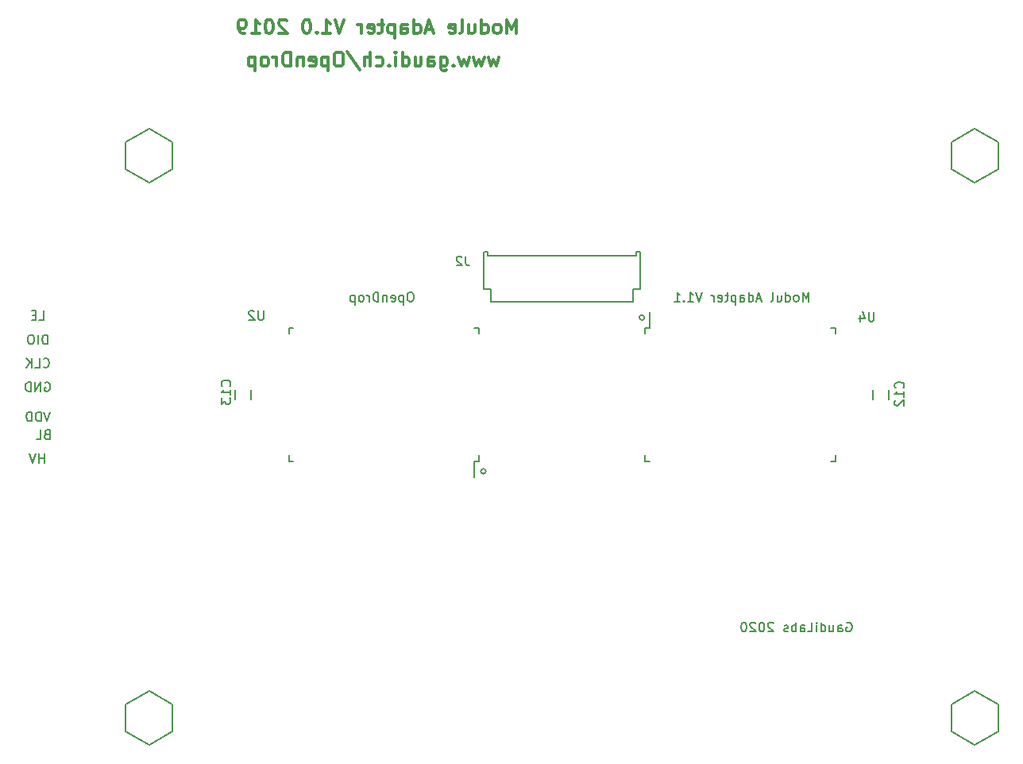
<source format=gbr>
G04 #@! TF.GenerationSoftware,KiCad,Pcbnew,5.0.2-bee76a0~70~ubuntu18.04.1*
G04 #@! TF.CreationDate,2020-04-07T13:33:34+02:00*
G04 #@! TF.ProjectId,ModulAdapter,4d6f6475-6c41-4646-9170-7465722e6b69,rev?*
G04 #@! TF.SameCoordinates,Original*
G04 #@! TF.FileFunction,Legend,Bot*
G04 #@! TF.FilePolarity,Positive*
%FSLAX46Y46*%
G04 Gerber Fmt 4.6, Leading zero omitted, Abs format (unit mm)*
G04 Created by KiCad (PCBNEW 5.0.2-bee76a0~70~ubuntu18.04.1) date Di 07 Apr 2020 13:33:34 CEST*
%MOMM*%
%LPD*%
G01*
G04 APERTURE LIST*
%ADD10C,0.150000*%
%ADD11C,0.200000*%
%ADD12C,0.300000*%
G04 APERTURE END LIST*
D10*
X130326933Y-123833200D02*
X130422171Y-123785580D01*
X130565028Y-123785580D01*
X130707885Y-123833200D01*
X130803123Y-123928438D01*
X130850742Y-124023676D01*
X130898361Y-124214152D01*
X130898361Y-124357009D01*
X130850742Y-124547485D01*
X130803123Y-124642723D01*
X130707885Y-124737961D01*
X130565028Y-124785580D01*
X130469790Y-124785580D01*
X130326933Y-124737961D01*
X130279314Y-124690342D01*
X130279314Y-124357009D01*
X130469790Y-124357009D01*
X129422171Y-124785580D02*
X129422171Y-124261771D01*
X129469790Y-124166533D01*
X129565028Y-124118914D01*
X129755504Y-124118914D01*
X129850742Y-124166533D01*
X129422171Y-124737961D02*
X129517409Y-124785580D01*
X129755504Y-124785580D01*
X129850742Y-124737961D01*
X129898361Y-124642723D01*
X129898361Y-124547485D01*
X129850742Y-124452247D01*
X129755504Y-124404628D01*
X129517409Y-124404628D01*
X129422171Y-124357009D01*
X128517409Y-124118914D02*
X128517409Y-124785580D01*
X128945980Y-124118914D02*
X128945980Y-124642723D01*
X128898361Y-124737961D01*
X128803123Y-124785580D01*
X128660266Y-124785580D01*
X128565028Y-124737961D01*
X128517409Y-124690342D01*
X127612647Y-124785580D02*
X127612647Y-123785580D01*
X127612647Y-124737961D02*
X127707885Y-124785580D01*
X127898361Y-124785580D01*
X127993600Y-124737961D01*
X128041219Y-124690342D01*
X128088838Y-124595104D01*
X128088838Y-124309390D01*
X128041219Y-124214152D01*
X127993600Y-124166533D01*
X127898361Y-124118914D01*
X127707885Y-124118914D01*
X127612647Y-124166533D01*
X127136457Y-124785580D02*
X127136457Y-124118914D01*
X127136457Y-123785580D02*
X127184076Y-123833200D01*
X127136457Y-123880819D01*
X127088838Y-123833200D01*
X127136457Y-123785580D01*
X127136457Y-123880819D01*
X126184076Y-124785580D02*
X126660266Y-124785580D01*
X126660266Y-123785580D01*
X125422171Y-124785580D02*
X125422171Y-124261771D01*
X125469790Y-124166533D01*
X125565028Y-124118914D01*
X125755504Y-124118914D01*
X125850742Y-124166533D01*
X125422171Y-124737961D02*
X125517409Y-124785580D01*
X125755504Y-124785580D01*
X125850742Y-124737961D01*
X125898361Y-124642723D01*
X125898361Y-124547485D01*
X125850742Y-124452247D01*
X125755504Y-124404628D01*
X125517409Y-124404628D01*
X125422171Y-124357009D01*
X124945980Y-124785580D02*
X124945980Y-123785580D01*
X124945980Y-124166533D02*
X124850742Y-124118914D01*
X124660266Y-124118914D01*
X124565028Y-124166533D01*
X124517409Y-124214152D01*
X124469790Y-124309390D01*
X124469790Y-124595104D01*
X124517409Y-124690342D01*
X124565028Y-124737961D01*
X124660266Y-124785580D01*
X124850742Y-124785580D01*
X124945980Y-124737961D01*
X124088838Y-124737961D02*
X123993600Y-124785580D01*
X123803123Y-124785580D01*
X123707885Y-124737961D01*
X123660266Y-124642723D01*
X123660266Y-124595104D01*
X123707885Y-124499866D01*
X123803123Y-124452247D01*
X123945980Y-124452247D01*
X124041219Y-124404628D01*
X124088838Y-124309390D01*
X124088838Y-124261771D01*
X124041219Y-124166533D01*
X123945980Y-124118914D01*
X123803123Y-124118914D01*
X123707885Y-124166533D01*
X122517409Y-123880819D02*
X122469790Y-123833200D01*
X122374552Y-123785580D01*
X122136457Y-123785580D01*
X122041219Y-123833200D01*
X121993600Y-123880819D01*
X121945980Y-123976057D01*
X121945980Y-124071295D01*
X121993600Y-124214152D01*
X122565028Y-124785580D01*
X121945980Y-124785580D01*
X121326933Y-123785580D02*
X121231695Y-123785580D01*
X121136457Y-123833200D01*
X121088838Y-123880819D01*
X121041219Y-123976057D01*
X120993600Y-124166533D01*
X120993600Y-124404628D01*
X121041219Y-124595104D01*
X121088838Y-124690342D01*
X121136457Y-124737961D01*
X121231695Y-124785580D01*
X121326933Y-124785580D01*
X121422171Y-124737961D01*
X121469790Y-124690342D01*
X121517409Y-124595104D01*
X121565028Y-124404628D01*
X121565028Y-124166533D01*
X121517409Y-123976057D01*
X121469790Y-123880819D01*
X121422171Y-123833200D01*
X121326933Y-123785580D01*
X120612647Y-123880819D02*
X120565028Y-123833200D01*
X120469790Y-123785580D01*
X120231695Y-123785580D01*
X120136457Y-123833200D01*
X120088838Y-123880819D01*
X120041219Y-123976057D01*
X120041219Y-124071295D01*
X120088838Y-124214152D01*
X120660266Y-124785580D01*
X120041219Y-124785580D01*
X119422171Y-123785580D02*
X119326933Y-123785580D01*
X119231695Y-123833200D01*
X119184076Y-123880819D01*
X119136457Y-123976057D01*
X119088838Y-124166533D01*
X119088838Y-124404628D01*
X119136457Y-124595104D01*
X119184076Y-124690342D01*
X119231695Y-124737961D01*
X119326933Y-124785580D01*
X119422171Y-124785580D01*
X119517409Y-124737961D01*
X119565028Y-124690342D01*
X119612647Y-124595104D01*
X119660266Y-124404628D01*
X119660266Y-124166533D01*
X119612647Y-123976057D01*
X119565028Y-123880819D01*
X119517409Y-123833200D01*
X119422171Y-123785580D01*
X83940457Y-88593880D02*
X83749980Y-88593880D01*
X83654742Y-88641500D01*
X83559504Y-88736738D01*
X83511885Y-88927214D01*
X83511885Y-89260547D01*
X83559504Y-89451023D01*
X83654742Y-89546261D01*
X83749980Y-89593880D01*
X83940457Y-89593880D01*
X84035695Y-89546261D01*
X84130933Y-89451023D01*
X84178552Y-89260547D01*
X84178552Y-88927214D01*
X84130933Y-88736738D01*
X84035695Y-88641500D01*
X83940457Y-88593880D01*
X83083314Y-88927214D02*
X83083314Y-89927214D01*
X83083314Y-88974833D02*
X82988076Y-88927214D01*
X82797600Y-88927214D01*
X82702361Y-88974833D01*
X82654742Y-89022452D01*
X82607123Y-89117690D01*
X82607123Y-89403404D01*
X82654742Y-89498642D01*
X82702361Y-89546261D01*
X82797600Y-89593880D01*
X82988076Y-89593880D01*
X83083314Y-89546261D01*
X81797600Y-89546261D02*
X81892838Y-89593880D01*
X82083314Y-89593880D01*
X82178552Y-89546261D01*
X82226171Y-89451023D01*
X82226171Y-89070071D01*
X82178552Y-88974833D01*
X82083314Y-88927214D01*
X81892838Y-88927214D01*
X81797600Y-88974833D01*
X81749980Y-89070071D01*
X81749980Y-89165309D01*
X82226171Y-89260547D01*
X81321409Y-88927214D02*
X81321409Y-89593880D01*
X81321409Y-89022452D02*
X81273790Y-88974833D01*
X81178552Y-88927214D01*
X81035695Y-88927214D01*
X80940457Y-88974833D01*
X80892838Y-89070071D01*
X80892838Y-89593880D01*
X80416647Y-89593880D02*
X80416647Y-88593880D01*
X80178552Y-88593880D01*
X80035695Y-88641500D01*
X79940457Y-88736738D01*
X79892838Y-88831976D01*
X79845219Y-89022452D01*
X79845219Y-89165309D01*
X79892838Y-89355785D01*
X79940457Y-89451023D01*
X80035695Y-89546261D01*
X80178552Y-89593880D01*
X80416647Y-89593880D01*
X79416647Y-89593880D02*
X79416647Y-88927214D01*
X79416647Y-89117690D02*
X79369028Y-89022452D01*
X79321409Y-88974833D01*
X79226171Y-88927214D01*
X79130933Y-88927214D01*
X78654742Y-89593880D02*
X78749980Y-89546261D01*
X78797600Y-89498642D01*
X78845219Y-89403404D01*
X78845219Y-89117690D01*
X78797600Y-89022452D01*
X78749980Y-88974833D01*
X78654742Y-88927214D01*
X78511885Y-88927214D01*
X78416647Y-88974833D01*
X78369028Y-89022452D01*
X78321409Y-89117690D01*
X78321409Y-89403404D01*
X78369028Y-89498642D01*
X78416647Y-89546261D01*
X78511885Y-89593880D01*
X78654742Y-89593880D01*
X77892838Y-88927214D02*
X77892838Y-89927214D01*
X77892838Y-88974833D02*
X77797600Y-88927214D01*
X77607123Y-88927214D01*
X77511885Y-88974833D01*
X77464266Y-89022452D01*
X77416647Y-89117690D01*
X77416647Y-89403404D01*
X77464266Y-89498642D01*
X77511885Y-89546261D01*
X77607123Y-89593880D01*
X77797600Y-89593880D01*
X77892838Y-89546261D01*
X126319857Y-89593880D02*
X126319857Y-88593880D01*
X125986523Y-89308166D01*
X125653190Y-88593880D01*
X125653190Y-89593880D01*
X125034142Y-89593880D02*
X125129380Y-89546261D01*
X125177000Y-89498642D01*
X125224619Y-89403404D01*
X125224619Y-89117690D01*
X125177000Y-89022452D01*
X125129380Y-88974833D01*
X125034142Y-88927214D01*
X124891285Y-88927214D01*
X124796047Y-88974833D01*
X124748428Y-89022452D01*
X124700809Y-89117690D01*
X124700809Y-89403404D01*
X124748428Y-89498642D01*
X124796047Y-89546261D01*
X124891285Y-89593880D01*
X125034142Y-89593880D01*
X123843666Y-89593880D02*
X123843666Y-88593880D01*
X123843666Y-89546261D02*
X123938904Y-89593880D01*
X124129380Y-89593880D01*
X124224619Y-89546261D01*
X124272238Y-89498642D01*
X124319857Y-89403404D01*
X124319857Y-89117690D01*
X124272238Y-89022452D01*
X124224619Y-88974833D01*
X124129380Y-88927214D01*
X123938904Y-88927214D01*
X123843666Y-88974833D01*
X122938904Y-88927214D02*
X122938904Y-89593880D01*
X123367476Y-88927214D02*
X123367476Y-89451023D01*
X123319857Y-89546261D01*
X123224619Y-89593880D01*
X123081761Y-89593880D01*
X122986523Y-89546261D01*
X122938904Y-89498642D01*
X122319857Y-89593880D02*
X122415095Y-89546261D01*
X122462714Y-89451023D01*
X122462714Y-88593880D01*
X121224619Y-89308166D02*
X120748428Y-89308166D01*
X121319857Y-89593880D02*
X120986523Y-88593880D01*
X120653190Y-89593880D01*
X119891285Y-89593880D02*
X119891285Y-88593880D01*
X119891285Y-89546261D02*
X119986523Y-89593880D01*
X120177000Y-89593880D01*
X120272238Y-89546261D01*
X120319857Y-89498642D01*
X120367476Y-89403404D01*
X120367476Y-89117690D01*
X120319857Y-89022452D01*
X120272238Y-88974833D01*
X120177000Y-88927214D01*
X119986523Y-88927214D01*
X119891285Y-88974833D01*
X118986523Y-89593880D02*
X118986523Y-89070071D01*
X119034142Y-88974833D01*
X119129380Y-88927214D01*
X119319857Y-88927214D01*
X119415095Y-88974833D01*
X118986523Y-89546261D02*
X119081761Y-89593880D01*
X119319857Y-89593880D01*
X119415095Y-89546261D01*
X119462714Y-89451023D01*
X119462714Y-89355785D01*
X119415095Y-89260547D01*
X119319857Y-89212928D01*
X119081761Y-89212928D01*
X118986523Y-89165309D01*
X118510333Y-88927214D02*
X118510333Y-89927214D01*
X118510333Y-88974833D02*
X118415095Y-88927214D01*
X118224619Y-88927214D01*
X118129380Y-88974833D01*
X118081761Y-89022452D01*
X118034142Y-89117690D01*
X118034142Y-89403404D01*
X118081761Y-89498642D01*
X118129380Y-89546261D01*
X118224619Y-89593880D01*
X118415095Y-89593880D01*
X118510333Y-89546261D01*
X117748428Y-88927214D02*
X117367476Y-88927214D01*
X117605571Y-88593880D02*
X117605571Y-89451023D01*
X117557952Y-89546261D01*
X117462714Y-89593880D01*
X117367476Y-89593880D01*
X116653190Y-89546261D02*
X116748428Y-89593880D01*
X116938904Y-89593880D01*
X117034142Y-89546261D01*
X117081761Y-89451023D01*
X117081761Y-89070071D01*
X117034142Y-88974833D01*
X116938904Y-88927214D01*
X116748428Y-88927214D01*
X116653190Y-88974833D01*
X116605571Y-89070071D01*
X116605571Y-89165309D01*
X117081761Y-89260547D01*
X116177000Y-89593880D02*
X116177000Y-88927214D01*
X116177000Y-89117690D02*
X116129380Y-89022452D01*
X116081761Y-88974833D01*
X115986523Y-88927214D01*
X115891285Y-88927214D01*
X114938904Y-88593880D02*
X114605571Y-89593880D01*
X114272238Y-88593880D01*
X113415095Y-89593880D02*
X113986523Y-89593880D01*
X113700809Y-89593880D02*
X113700809Y-88593880D01*
X113796047Y-88736738D01*
X113891285Y-88831976D01*
X113986523Y-88879595D01*
X112986523Y-89498642D02*
X112938904Y-89546261D01*
X112986523Y-89593880D01*
X113034142Y-89546261D01*
X112986523Y-89498642D01*
X112986523Y-89593880D01*
X111986523Y-89593880D02*
X112557952Y-89593880D01*
X112272238Y-89593880D02*
X112272238Y-88593880D01*
X112367476Y-88736738D01*
X112462714Y-88831976D01*
X112557952Y-88879595D01*
X108778408Y-91300500D02*
G75*
G03X108778408Y-91300500I-269408J0D01*
G01*
X91887408Y-107683500D02*
G75*
G03X91887408Y-107683500I-269408J0D01*
G01*
D11*
X44834285Y-106802380D02*
X44834285Y-105802380D01*
X44834285Y-106278571D02*
X44262857Y-106278571D01*
X44262857Y-106802380D02*
X44262857Y-105802380D01*
X43929523Y-105802380D02*
X43596190Y-106802380D01*
X43262857Y-105802380D01*
X45453333Y-101357380D02*
X45120000Y-102357380D01*
X44786666Y-101357380D01*
X44453333Y-102357380D02*
X44453333Y-101357380D01*
X44215238Y-101357380D01*
X44072380Y-101405000D01*
X43977142Y-101500238D01*
X43929523Y-101595476D01*
X43881904Y-101785952D01*
X43881904Y-101928809D01*
X43929523Y-102119285D01*
X43977142Y-102214523D01*
X44072380Y-102309761D01*
X44215238Y-102357380D01*
X44453333Y-102357380D01*
X43453333Y-102357380D02*
X43453333Y-101357380D01*
X43215238Y-101357380D01*
X43072380Y-101405000D01*
X42977142Y-101500238D01*
X42929523Y-101595476D01*
X42881904Y-101785952D01*
X42881904Y-101928809D01*
X42929523Y-102119285D01*
X42977142Y-102214523D01*
X43072380Y-102309761D01*
X43215238Y-102357380D01*
X43453333Y-102357380D01*
X44881904Y-98230000D02*
X44977142Y-98182380D01*
X45120000Y-98182380D01*
X45262857Y-98230000D01*
X45358095Y-98325238D01*
X45405714Y-98420476D01*
X45453333Y-98610952D01*
X45453333Y-98753809D01*
X45405714Y-98944285D01*
X45358095Y-99039523D01*
X45262857Y-99134761D01*
X45120000Y-99182380D01*
X45024761Y-99182380D01*
X44881904Y-99134761D01*
X44834285Y-99087142D01*
X44834285Y-98753809D01*
X45024761Y-98753809D01*
X44405714Y-99182380D02*
X44405714Y-98182380D01*
X43834285Y-99182380D01*
X43834285Y-98182380D01*
X43358095Y-99182380D02*
X43358095Y-98182380D01*
X43120000Y-98182380D01*
X42977142Y-98230000D01*
X42881904Y-98325238D01*
X42834285Y-98420476D01*
X42786666Y-98610952D01*
X42786666Y-98753809D01*
X42834285Y-98944285D01*
X42881904Y-99039523D01*
X42977142Y-99134761D01*
X43120000Y-99182380D01*
X43358095Y-99182380D01*
X44715238Y-96547142D02*
X44762857Y-96594761D01*
X44905714Y-96642380D01*
X45000952Y-96642380D01*
X45143809Y-96594761D01*
X45239047Y-96499523D01*
X45286666Y-96404285D01*
X45334285Y-96213809D01*
X45334285Y-96070952D01*
X45286666Y-95880476D01*
X45239047Y-95785238D01*
X45143809Y-95690000D01*
X45000952Y-95642380D01*
X44905714Y-95642380D01*
X44762857Y-95690000D01*
X44715238Y-95737619D01*
X43810476Y-96642380D02*
X44286666Y-96642380D01*
X44286666Y-95642380D01*
X43477142Y-96642380D02*
X43477142Y-95642380D01*
X42905714Y-96642380D02*
X43334285Y-96070952D01*
X42905714Y-95642380D02*
X43477142Y-96213809D01*
X44262857Y-91562380D02*
X44739047Y-91562380D01*
X44739047Y-90562380D01*
X43929523Y-91038571D02*
X43596190Y-91038571D01*
X43453333Y-91562380D02*
X43929523Y-91562380D01*
X43929523Y-90562380D01*
X43453333Y-90562380D01*
X45143809Y-94137380D02*
X45143809Y-93137380D01*
X44905714Y-93137380D01*
X44762857Y-93185000D01*
X44667619Y-93280238D01*
X44620000Y-93375476D01*
X44572380Y-93565952D01*
X44572380Y-93708809D01*
X44620000Y-93899285D01*
X44667619Y-93994523D01*
X44762857Y-94089761D01*
X44905714Y-94137380D01*
X45143809Y-94137380D01*
X44143809Y-94137380D02*
X44143809Y-93137380D01*
X43477142Y-93137380D02*
X43286666Y-93137380D01*
X43191428Y-93185000D01*
X43096190Y-93280238D01*
X43048571Y-93470714D01*
X43048571Y-93804047D01*
X43096190Y-93994523D01*
X43191428Y-94089761D01*
X43286666Y-94137380D01*
X43477142Y-94137380D01*
X43572380Y-94089761D01*
X43667619Y-93994523D01*
X43715238Y-93804047D01*
X43715238Y-93470714D01*
X43667619Y-93280238D01*
X43572380Y-93185000D01*
X43477142Y-93137380D01*
X45088333Y-103738571D02*
X44945476Y-103786190D01*
X44897857Y-103833809D01*
X44850238Y-103929047D01*
X44850238Y-104071904D01*
X44897857Y-104167142D01*
X44945476Y-104214761D01*
X45040714Y-104262380D01*
X45421666Y-104262380D01*
X45421666Y-103262380D01*
X45088333Y-103262380D01*
X44993095Y-103310000D01*
X44945476Y-103357619D01*
X44897857Y-103452857D01*
X44897857Y-103548095D01*
X44945476Y-103643333D01*
X44993095Y-103690952D01*
X45088333Y-103738571D01*
X45421666Y-103738571D01*
X43945476Y-104262380D02*
X44421666Y-104262380D01*
X44421666Y-103262380D01*
D12*
X95135714Y-61028571D02*
X95135714Y-59528571D01*
X94635714Y-60600000D01*
X94135714Y-59528571D01*
X94135714Y-61028571D01*
X93207142Y-61028571D02*
X93350000Y-60957142D01*
X93421428Y-60885714D01*
X93492857Y-60742857D01*
X93492857Y-60314285D01*
X93421428Y-60171428D01*
X93350000Y-60100000D01*
X93207142Y-60028571D01*
X92992857Y-60028571D01*
X92850000Y-60100000D01*
X92778571Y-60171428D01*
X92707142Y-60314285D01*
X92707142Y-60742857D01*
X92778571Y-60885714D01*
X92850000Y-60957142D01*
X92992857Y-61028571D01*
X93207142Y-61028571D01*
X91421428Y-61028571D02*
X91421428Y-59528571D01*
X91421428Y-60957142D02*
X91564285Y-61028571D01*
X91850000Y-61028571D01*
X91992857Y-60957142D01*
X92064285Y-60885714D01*
X92135714Y-60742857D01*
X92135714Y-60314285D01*
X92064285Y-60171428D01*
X91992857Y-60100000D01*
X91850000Y-60028571D01*
X91564285Y-60028571D01*
X91421428Y-60100000D01*
X90064285Y-60028571D02*
X90064285Y-61028571D01*
X90707142Y-60028571D02*
X90707142Y-60814285D01*
X90635714Y-60957142D01*
X90492857Y-61028571D01*
X90278571Y-61028571D01*
X90135714Y-60957142D01*
X90064285Y-60885714D01*
X89135714Y-61028571D02*
X89278571Y-60957142D01*
X89350000Y-60814285D01*
X89350000Y-59528571D01*
X87992857Y-60957142D02*
X88135714Y-61028571D01*
X88421428Y-61028571D01*
X88564285Y-60957142D01*
X88635714Y-60814285D01*
X88635714Y-60242857D01*
X88564285Y-60100000D01*
X88421428Y-60028571D01*
X88135714Y-60028571D01*
X87992857Y-60100000D01*
X87921428Y-60242857D01*
X87921428Y-60385714D01*
X88635714Y-60528571D01*
X86207142Y-60600000D02*
X85492857Y-60600000D01*
X86350000Y-61028571D02*
X85850000Y-59528571D01*
X85350000Y-61028571D01*
X84207142Y-61028571D02*
X84207142Y-59528571D01*
X84207142Y-60957142D02*
X84350000Y-61028571D01*
X84635714Y-61028571D01*
X84778571Y-60957142D01*
X84850000Y-60885714D01*
X84921428Y-60742857D01*
X84921428Y-60314285D01*
X84850000Y-60171428D01*
X84778571Y-60100000D01*
X84635714Y-60028571D01*
X84350000Y-60028571D01*
X84207142Y-60100000D01*
X82850000Y-61028571D02*
X82850000Y-60242857D01*
X82921428Y-60100000D01*
X83064285Y-60028571D01*
X83350000Y-60028571D01*
X83492857Y-60100000D01*
X82850000Y-60957142D02*
X82992857Y-61028571D01*
X83350000Y-61028571D01*
X83492857Y-60957142D01*
X83564285Y-60814285D01*
X83564285Y-60671428D01*
X83492857Y-60528571D01*
X83350000Y-60457142D01*
X82992857Y-60457142D01*
X82850000Y-60385714D01*
X82135714Y-60028571D02*
X82135714Y-61528571D01*
X82135714Y-60100000D02*
X81992857Y-60028571D01*
X81707142Y-60028571D01*
X81564285Y-60100000D01*
X81492857Y-60171428D01*
X81421428Y-60314285D01*
X81421428Y-60742857D01*
X81492857Y-60885714D01*
X81564285Y-60957142D01*
X81707142Y-61028571D01*
X81992857Y-61028571D01*
X82135714Y-60957142D01*
X80992857Y-60028571D02*
X80421428Y-60028571D01*
X80778571Y-59528571D02*
X80778571Y-60814285D01*
X80707142Y-60957142D01*
X80564285Y-61028571D01*
X80421428Y-61028571D01*
X79350000Y-60957142D02*
X79492857Y-61028571D01*
X79778571Y-61028571D01*
X79921428Y-60957142D01*
X79992857Y-60814285D01*
X79992857Y-60242857D01*
X79921428Y-60100000D01*
X79778571Y-60028571D01*
X79492857Y-60028571D01*
X79350000Y-60100000D01*
X79278571Y-60242857D01*
X79278571Y-60385714D01*
X79992857Y-60528571D01*
X78635714Y-61028571D02*
X78635714Y-60028571D01*
X78635714Y-60314285D02*
X78564285Y-60171428D01*
X78492857Y-60100000D01*
X78350000Y-60028571D01*
X78207142Y-60028571D01*
X76778571Y-59528571D02*
X76278571Y-61028571D01*
X75778571Y-59528571D01*
X74492857Y-61028571D02*
X75350000Y-61028571D01*
X74921428Y-61028571D02*
X74921428Y-59528571D01*
X75064285Y-59742857D01*
X75207142Y-59885714D01*
X75350000Y-59957142D01*
X73850000Y-60885714D02*
X73778571Y-60957142D01*
X73850000Y-61028571D01*
X73921428Y-60957142D01*
X73850000Y-60885714D01*
X73850000Y-61028571D01*
X72849999Y-59528571D02*
X72707142Y-59528571D01*
X72564285Y-59600000D01*
X72492857Y-59671428D01*
X72421428Y-59814285D01*
X72349999Y-60100000D01*
X72349999Y-60457142D01*
X72421428Y-60742857D01*
X72492857Y-60885714D01*
X72564285Y-60957142D01*
X72707142Y-61028571D01*
X72849999Y-61028571D01*
X72992857Y-60957142D01*
X73064285Y-60885714D01*
X73135714Y-60742857D01*
X73207142Y-60457142D01*
X73207142Y-60100000D01*
X73135714Y-59814285D01*
X73064285Y-59671428D01*
X72992857Y-59600000D01*
X72849999Y-59528571D01*
X70635714Y-59671428D02*
X70564285Y-59600000D01*
X70421428Y-59528571D01*
X70064285Y-59528571D01*
X69921428Y-59600000D01*
X69850000Y-59671428D01*
X69778571Y-59814285D01*
X69778571Y-59957142D01*
X69850000Y-60171428D01*
X70707142Y-61028571D01*
X69778571Y-61028571D01*
X68850000Y-59528571D02*
X68707142Y-59528571D01*
X68564285Y-59600000D01*
X68492857Y-59671428D01*
X68421428Y-59814285D01*
X68350000Y-60100000D01*
X68350000Y-60457142D01*
X68421428Y-60742857D01*
X68492857Y-60885714D01*
X68564285Y-60957142D01*
X68707142Y-61028571D01*
X68850000Y-61028571D01*
X68992857Y-60957142D01*
X69064285Y-60885714D01*
X69135714Y-60742857D01*
X69207142Y-60457142D01*
X69207142Y-60100000D01*
X69135714Y-59814285D01*
X69064285Y-59671428D01*
X68992857Y-59600000D01*
X68850000Y-59528571D01*
X66921428Y-61028571D02*
X67778571Y-61028571D01*
X67350000Y-61028571D02*
X67350000Y-59528571D01*
X67492857Y-59742857D01*
X67635714Y-59885714D01*
X67778571Y-59957142D01*
X66207142Y-61028571D02*
X65921428Y-61028571D01*
X65778571Y-60957142D01*
X65707142Y-60885714D01*
X65564285Y-60671428D01*
X65492857Y-60385714D01*
X65492857Y-59814285D01*
X65564285Y-59671428D01*
X65635714Y-59600000D01*
X65778571Y-59528571D01*
X66064285Y-59528571D01*
X66207142Y-59600000D01*
X66278571Y-59671428D01*
X66349999Y-59814285D01*
X66349999Y-60171428D01*
X66278571Y-60314285D01*
X66207142Y-60385714D01*
X66064285Y-60457142D01*
X65778571Y-60457142D01*
X65635714Y-60385714D01*
X65564285Y-60314285D01*
X65492857Y-60171428D01*
X93267857Y-63503571D02*
X92982142Y-64503571D01*
X92696428Y-63789285D01*
X92410714Y-64503571D01*
X92125000Y-63503571D01*
X91696428Y-63503571D02*
X91410714Y-64503571D01*
X91125000Y-63789285D01*
X90839285Y-64503571D01*
X90553571Y-63503571D01*
X90125000Y-63503571D02*
X89839285Y-64503571D01*
X89553571Y-63789285D01*
X89267857Y-64503571D01*
X88982142Y-63503571D01*
X88410714Y-64360714D02*
X88339285Y-64432142D01*
X88410714Y-64503571D01*
X88482142Y-64432142D01*
X88410714Y-64360714D01*
X88410714Y-64503571D01*
X87053571Y-63503571D02*
X87053571Y-64717857D01*
X87125000Y-64860714D01*
X87196428Y-64932142D01*
X87339285Y-65003571D01*
X87553571Y-65003571D01*
X87696428Y-64932142D01*
X87053571Y-64432142D02*
X87196428Y-64503571D01*
X87482142Y-64503571D01*
X87625000Y-64432142D01*
X87696428Y-64360714D01*
X87767857Y-64217857D01*
X87767857Y-63789285D01*
X87696428Y-63646428D01*
X87625000Y-63575000D01*
X87482142Y-63503571D01*
X87196428Y-63503571D01*
X87053571Y-63575000D01*
X85696428Y-64503571D02*
X85696428Y-63717857D01*
X85767857Y-63575000D01*
X85910714Y-63503571D01*
X86196428Y-63503571D01*
X86339285Y-63575000D01*
X85696428Y-64432142D02*
X85839285Y-64503571D01*
X86196428Y-64503571D01*
X86339285Y-64432142D01*
X86410714Y-64289285D01*
X86410714Y-64146428D01*
X86339285Y-64003571D01*
X86196428Y-63932142D01*
X85839285Y-63932142D01*
X85696428Y-63860714D01*
X84339285Y-63503571D02*
X84339285Y-64503571D01*
X84982142Y-63503571D02*
X84982142Y-64289285D01*
X84910714Y-64432142D01*
X84767857Y-64503571D01*
X84553571Y-64503571D01*
X84410714Y-64432142D01*
X84339285Y-64360714D01*
X82982142Y-64503571D02*
X82982142Y-63003571D01*
X82982142Y-64432142D02*
X83125000Y-64503571D01*
X83410714Y-64503571D01*
X83553571Y-64432142D01*
X83625000Y-64360714D01*
X83696428Y-64217857D01*
X83696428Y-63789285D01*
X83625000Y-63646428D01*
X83553571Y-63575000D01*
X83410714Y-63503571D01*
X83125000Y-63503571D01*
X82982142Y-63575000D01*
X82267857Y-64503571D02*
X82267857Y-63503571D01*
X82267857Y-63003571D02*
X82339285Y-63075000D01*
X82267857Y-63146428D01*
X82196428Y-63075000D01*
X82267857Y-63003571D01*
X82267857Y-63146428D01*
X81553571Y-64360714D02*
X81482142Y-64432142D01*
X81553571Y-64503571D01*
X81625000Y-64432142D01*
X81553571Y-64360714D01*
X81553571Y-64503571D01*
X80196428Y-64432142D02*
X80339285Y-64503571D01*
X80625000Y-64503571D01*
X80767857Y-64432142D01*
X80839285Y-64360714D01*
X80910714Y-64217857D01*
X80910714Y-63789285D01*
X80839285Y-63646428D01*
X80767857Y-63575000D01*
X80625000Y-63503571D01*
X80339285Y-63503571D01*
X80196428Y-63575000D01*
X79553571Y-64503571D02*
X79553571Y-63003571D01*
X78910714Y-64503571D02*
X78910714Y-63717857D01*
X78982142Y-63575000D01*
X79125000Y-63503571D01*
X79339285Y-63503571D01*
X79482142Y-63575000D01*
X79553571Y-63646428D01*
X77125000Y-62932142D02*
X78410714Y-64860714D01*
X76339285Y-63003571D02*
X76053571Y-63003571D01*
X75910714Y-63075000D01*
X75767857Y-63217857D01*
X75696428Y-63503571D01*
X75696428Y-64003571D01*
X75767857Y-64289285D01*
X75910714Y-64432142D01*
X76053571Y-64503571D01*
X76339285Y-64503571D01*
X76482142Y-64432142D01*
X76625000Y-64289285D01*
X76696428Y-64003571D01*
X76696428Y-63503571D01*
X76625000Y-63217857D01*
X76482142Y-63075000D01*
X76339285Y-63003571D01*
X75053571Y-63503571D02*
X75053571Y-65003571D01*
X75053571Y-63575000D02*
X74910714Y-63503571D01*
X74625000Y-63503571D01*
X74482142Y-63575000D01*
X74410714Y-63646428D01*
X74339285Y-63789285D01*
X74339285Y-64217857D01*
X74410714Y-64360714D01*
X74482142Y-64432142D01*
X74625000Y-64503571D01*
X74910714Y-64503571D01*
X75053571Y-64432142D01*
X73125000Y-64432142D02*
X73267857Y-64503571D01*
X73553571Y-64503571D01*
X73696428Y-64432142D01*
X73767857Y-64289285D01*
X73767857Y-63717857D01*
X73696428Y-63575000D01*
X73553571Y-63503571D01*
X73267857Y-63503571D01*
X73125000Y-63575000D01*
X73053571Y-63717857D01*
X73053571Y-63860714D01*
X73767857Y-64003571D01*
X72410714Y-63503571D02*
X72410714Y-64503571D01*
X72410714Y-63646428D02*
X72339285Y-63575000D01*
X72196428Y-63503571D01*
X71982142Y-63503571D01*
X71839285Y-63575000D01*
X71767857Y-63717857D01*
X71767857Y-64503571D01*
X71053571Y-64503571D02*
X71053571Y-63003571D01*
X70696428Y-63003571D01*
X70482142Y-63075000D01*
X70339285Y-63217857D01*
X70267857Y-63360714D01*
X70196428Y-63646428D01*
X70196428Y-63860714D01*
X70267857Y-64146428D01*
X70339285Y-64289285D01*
X70482142Y-64432142D01*
X70696428Y-64503571D01*
X71053571Y-64503571D01*
X69553571Y-64503571D02*
X69553571Y-63503571D01*
X69553571Y-63789285D02*
X69482142Y-63646428D01*
X69410714Y-63575000D01*
X69267857Y-63503571D01*
X69125000Y-63503571D01*
X68410714Y-64503571D02*
X68553571Y-64432142D01*
X68625000Y-64360714D01*
X68696428Y-64217857D01*
X68696428Y-63789285D01*
X68625000Y-63646428D01*
X68553571Y-63575000D01*
X68410714Y-63503571D01*
X68196428Y-63503571D01*
X68053571Y-63575000D01*
X67982142Y-63646428D01*
X67910714Y-63789285D01*
X67910714Y-64217857D01*
X67982142Y-64360714D01*
X68053571Y-64432142D01*
X68196428Y-64503571D01*
X68410714Y-64503571D01*
X67267857Y-63503571D02*
X67267857Y-65003571D01*
X67267857Y-63575000D02*
X67125000Y-63503571D01*
X66839285Y-63503571D01*
X66696428Y-63575000D01*
X66625000Y-63646428D01*
X66553571Y-63789285D01*
X66553571Y-64217857D01*
X66625000Y-64360714D01*
X66696428Y-64432142D01*
X66839285Y-64503571D01*
X67125000Y-64503571D01*
X67267857Y-64432142D01*
D10*
G04 #@! TO.C,U4*
X108875000Y-92375000D02*
X109325000Y-92375000D01*
X108875000Y-106625000D02*
X109325000Y-106625000D01*
X129125000Y-106625000D02*
X128675000Y-106625000D01*
X129125000Y-92375000D02*
X128675000Y-92375000D01*
X108875000Y-92375000D02*
X108875000Y-93025000D01*
X129125000Y-92375000D02*
X129125000Y-93025000D01*
X129125000Y-106625000D02*
X129125000Y-105975000D01*
X108875000Y-106625000D02*
X108875000Y-105975000D01*
X109325000Y-92375000D02*
X109325000Y-90700000D01*
G04 #@! TO.C,U2*
X91125000Y-106625000D02*
X90675000Y-106625000D01*
X91125000Y-92375000D02*
X90675000Y-92375000D01*
X70875000Y-92375000D02*
X71325000Y-92375000D01*
X70875000Y-106625000D02*
X71325000Y-106625000D01*
X91125000Y-106625000D02*
X91125000Y-105975000D01*
X70875000Y-106625000D02*
X70875000Y-105975000D01*
X70875000Y-92375000D02*
X70875000Y-93025000D01*
X91125000Y-92375000D02*
X91125000Y-93025000D01*
X90675000Y-106625000D02*
X90675000Y-108300000D01*
G04 #@! TO.C,C12*
X133150000Y-100000000D02*
X133150000Y-99000000D01*
X134850000Y-99000000D02*
X134850000Y-100000000D01*
G04 #@! TO.C,C13*
X66850000Y-99000000D02*
X66850000Y-100000000D01*
X65150000Y-100000000D02*
X65150000Y-99000000D01*
G04 #@! TO.C,P13*
X53500000Y-72560000D02*
X56000000Y-71120000D01*
X53500000Y-75440000D02*
X53500000Y-72560000D01*
X56000000Y-76880000D02*
X53500000Y-75440000D01*
X58500000Y-75440000D02*
X56000000Y-76880000D01*
X58500000Y-72560000D02*
X56000000Y-71120000D01*
X58500000Y-72560000D02*
X58500000Y-75440000D01*
G04 #@! TO.C,P14*
X146500000Y-72560000D02*
X146500000Y-75440000D01*
X146500000Y-72560000D02*
X144000000Y-71120000D01*
X146500000Y-75440000D02*
X144000000Y-76880000D01*
X144000000Y-76880000D02*
X141500000Y-75440000D01*
X141500000Y-75440000D02*
X141500000Y-72560000D01*
X141500000Y-72560000D02*
X144000000Y-71120000D01*
G04 #@! TO.C,P15*
X58500000Y-132560000D02*
X58500000Y-135440000D01*
X58500000Y-132560000D02*
X56000000Y-131120000D01*
X58500000Y-135440000D02*
X56000000Y-136880000D01*
X56000000Y-136880000D02*
X53500000Y-135440000D01*
X53500000Y-135440000D02*
X53500000Y-132560000D01*
X53500000Y-132560000D02*
X56000000Y-131120000D01*
G04 #@! TO.C,P17*
X141500000Y-132560000D02*
X144000000Y-131120000D01*
X141500000Y-135440000D02*
X141500000Y-132560000D01*
X144000000Y-136880000D02*
X141500000Y-135440000D01*
X146500000Y-135440000D02*
X144000000Y-136880000D01*
X146500000Y-132560000D02*
X144000000Y-131120000D01*
X146500000Y-132560000D02*
X146500000Y-135440000D01*
G04 #@! TO.C,J2*
X107900000Y-84700000D02*
X92100000Y-84700000D01*
X92450000Y-88300000D02*
X92450000Y-89600000D01*
X107550000Y-88300000D02*
X107550000Y-89600000D01*
X91650000Y-84300000D02*
X91650000Y-88300000D01*
X108350000Y-84300000D02*
X108350000Y-88300000D01*
X108300000Y-84300000D02*
X107900000Y-84300000D01*
X91700000Y-84300000D02*
X92100000Y-84300000D01*
X92450000Y-89600000D02*
X107550000Y-89600000D01*
X108350000Y-88300000D02*
X107550000Y-88300000D01*
X91650000Y-88300000D02*
X92450000Y-88300000D01*
X107900000Y-84700000D02*
X107900000Y-84300000D01*
X92100000Y-84700000D02*
X92100000Y-84300000D01*
G04 #@! TO.C,U4*
X133255904Y-90702380D02*
X133255904Y-91511904D01*
X133208285Y-91607142D01*
X133160666Y-91654761D01*
X133065428Y-91702380D01*
X132874952Y-91702380D01*
X132779714Y-91654761D01*
X132732095Y-91607142D01*
X132684476Y-91511904D01*
X132684476Y-90702380D01*
X131779714Y-91035714D02*
X131779714Y-91702380D01*
X132017809Y-90654761D02*
X132255904Y-91369047D01*
X131636857Y-91369047D01*
G04 #@! TO.C,U2*
X68186404Y-90562380D02*
X68186404Y-91371904D01*
X68138785Y-91467142D01*
X68091166Y-91514761D01*
X67995928Y-91562380D01*
X67805452Y-91562380D01*
X67710214Y-91514761D01*
X67662595Y-91467142D01*
X67614976Y-91371904D01*
X67614976Y-90562380D01*
X67186404Y-90657619D02*
X67138785Y-90610000D01*
X67043547Y-90562380D01*
X66805452Y-90562380D01*
X66710214Y-90610000D01*
X66662595Y-90657619D01*
X66614976Y-90752857D01*
X66614976Y-90848095D01*
X66662595Y-90990952D01*
X67234023Y-91562380D01*
X66614976Y-91562380D01*
G04 #@! TO.C,C12*
X136361642Y-98785642D02*
X136409261Y-98738023D01*
X136456880Y-98595166D01*
X136456880Y-98499928D01*
X136409261Y-98357071D01*
X136314023Y-98261833D01*
X136218785Y-98214214D01*
X136028309Y-98166595D01*
X135885452Y-98166595D01*
X135694976Y-98214214D01*
X135599738Y-98261833D01*
X135504500Y-98357071D01*
X135456880Y-98499928D01*
X135456880Y-98595166D01*
X135504500Y-98738023D01*
X135552119Y-98785642D01*
X136456880Y-99738023D02*
X136456880Y-99166595D01*
X136456880Y-99452309D02*
X135456880Y-99452309D01*
X135599738Y-99357071D01*
X135694976Y-99261833D01*
X135742595Y-99166595D01*
X135552119Y-100118976D02*
X135504500Y-100166595D01*
X135456880Y-100261833D01*
X135456880Y-100499928D01*
X135504500Y-100595166D01*
X135552119Y-100642785D01*
X135647357Y-100690404D01*
X135742595Y-100690404D01*
X135885452Y-100642785D01*
X136456880Y-100071357D01*
X136456880Y-100690404D01*
G04 #@! TO.C,C13*
X64579142Y-98603142D02*
X64626761Y-98555523D01*
X64674380Y-98412666D01*
X64674380Y-98317428D01*
X64626761Y-98174571D01*
X64531523Y-98079333D01*
X64436285Y-98031714D01*
X64245809Y-97984095D01*
X64102952Y-97984095D01*
X63912476Y-98031714D01*
X63817238Y-98079333D01*
X63722000Y-98174571D01*
X63674380Y-98317428D01*
X63674380Y-98412666D01*
X63722000Y-98555523D01*
X63769619Y-98603142D01*
X64674380Y-99555523D02*
X64674380Y-98984095D01*
X64674380Y-99269809D02*
X63674380Y-99269809D01*
X63817238Y-99174571D01*
X63912476Y-99079333D01*
X63960095Y-98984095D01*
X63674380Y-99888857D02*
X63674380Y-100507904D01*
X64055333Y-100174571D01*
X64055333Y-100317428D01*
X64102952Y-100412666D01*
X64150571Y-100460285D01*
X64245809Y-100507904D01*
X64483904Y-100507904D01*
X64579142Y-100460285D01*
X64626761Y-100412666D01*
X64674380Y-100317428D01*
X64674380Y-100031714D01*
X64626761Y-99936476D01*
X64579142Y-99888857D01*
G04 #@! TO.C,J2*
X89733333Y-84752380D02*
X89733333Y-85466666D01*
X89780952Y-85609523D01*
X89876190Y-85704761D01*
X90019047Y-85752380D01*
X90114285Y-85752380D01*
X89304761Y-84847619D02*
X89257142Y-84800000D01*
X89161904Y-84752380D01*
X88923809Y-84752380D01*
X88828571Y-84800000D01*
X88780952Y-84847619D01*
X88733333Y-84942857D01*
X88733333Y-85038095D01*
X88780952Y-85180952D01*
X89352380Y-85752380D01*
X88733333Y-85752380D01*
G04 #@! TD*
M02*

</source>
